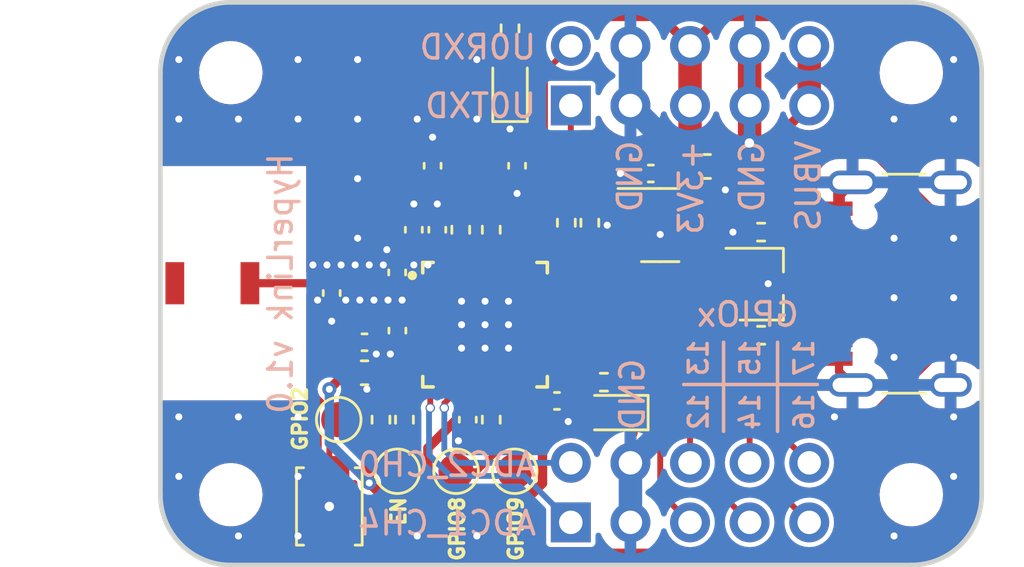
<source format=kicad_pcb>
(kicad_pcb (version 20221018) (generator pcbnew)
  (layers (0 "F.Cu" signal) (31 "B.Cu" signal) (34 "B.Paste" user) (35 "F.Paste" user) (36 "B.SilkS" user "B.Silkscreen") (37 "F.SilkS" user "F.Silkscreen") (38 "B.Mask" user) (39 "F.Mask" user) (44 "Edge.Cuts" user))
  (net 0 "")
  (net 1 "+3V3")
  (net 4 "VBUS")
  (net 5 "GND")
  (net 11 "/USB_D-")
  (net 12 "/USB_D+")
  (net 14 "/GPIO9")
  (net 15 "/GPIO2")
  (net 16 "/EN")
  (net 17 "/RF")
  (net 18 "/ANT")
  (net 19 "/GPIO8")
  (net 20 "/XTAL_P")
  (net 21 "/XTAL_N")
  (net 22 "/XTAL_P_RES")
  (net 23 "/VDD3P3")
  (net 24 "/U0RXD")
  (net 25 "/U0TXD")
  (net 26 "/GPIO12")
  (net 27 "/GPIO13")
  (net 28 "/GPIO14")
  (net 29 "/GPIO15")
  (net 30 "/GPIO16")
  (net 31 "/GPIO17")
  (net 32 "/ADC1_CH4")
  (net 33 "/ADC2_CH0")
  (net 34 "/U0TXD_RES")
  (net 35 "/CC1")
  (net 36 "/CC2")
  (net 38 "/LDO_EN")
  (net 39 "/STATUS_LED_RES")
  (net 40 "/POWER_LED_RES")
  (net 41 "/STATUS_LED")
  (footprint "Package_TO_SOT_SMD:SOT-23-5" (layer "F.Cu") (at 140.3 79.5)
    (fp_text reference "U3" hide)
    (fp_text value "MIC5504-3.3YM5" hide)
  )
  (footprint "Resistor_SMD:R_0402_1005Metric" (layer "F.Cu") (at 144.6 79.8 180)
    (fp_text reference "R7" hide)
    (fp_text value "5k1" hide)
  )
  (footprint "TestPoint:TestPoint_Pad_D1.5mm" (layer "F.Cu") (at 126.6 87.8)
    (fp_text reference "TP4" hide)
    (fp_text value "GPIO2" hide)
  )
  (footprint "MountingHole:MountingHole_2.2mm_M2" (layer "F.Cu") (at 122 73)
    (fp_text reference "H3" hide)
    (fp_text value "MountingHole" hide)
  )
  (footprint "Resistor_SMD:R_0402_1005Metric" (layer "F.Cu") (at 129.4 87.8 90)
    (fp_text reference "R4" hide)
    (fp_text value "10k" hide)
  )
  (footprint "Capacitor_SMD:C_0402_1005Metric" (layer "F.Cu") (at 135.9 87)
    (fp_text reference "C2" hide)
    (fp_text value "100n" hide)
  )
  (footprint "MountingHole:MountingHole_2.2mm_M2" (layer "F.Cu") (at 151 73)
    (fp_text reference "H2" hide)
    (fp_text value "MountingHole" hide)
  )
  (footprint "Resistor_SMD:R_0402_1005Metric" (layer "F.Cu") (at 144.6 84.2 180)
    (fp_text reference "R8" hide)
    (fp_text value "5k1" hide)
  )
  (footprint "Capacitor_SMD:C_0402_1005Metric" (layer "F.Cu") (at 130.6 76.970999 90)
    (fp_text reference "C5" hide)
    (fp_text value "10p" hide)
  )
  (footprint "Resistor_SMD:R_0402_1005Metric" (layer "F.Cu") (at 136.3 79.4 -90)
    (fp_text reference "R1" hide)
    (fp_text value "1k5" hide)
  )
  (footprint "Capacitor_SMD:C_0603_1608Metric" (layer "F.Cu") (at 142.3 77)
    (fp_text reference "C7" hide)
    (fp_text value "10u" hide)
  )
  (footprint "TestPoint:TestPoint_Pad_D1.5mm" (layer "F.Cu") (at 134.1 90)
    (fp_text reference "TP2" hide)
    (fp_text value "GPIO9" hide)
  )
  (footprint "Capacitor_SMD:C_0603_1608Metric" (layer "F.Cu") (at 127.7 85.8)
    (fp_text reference "C18" hide)
    (fp_text value "10u" hide)
  )
  (footprint "Capacitor_SMD:C_0402_1005Metric" (layer "F.Cu") (at 126.3 82.4 -90)
    (fp_text reference "C14" hide)
    (fp_text value "4p" hide)
  )
  (footprint "Capacitor_SMD:C_0402_1005Metric" (layer "F.Cu") (at 130.8 79.7 90)
    (fp_text reference "C4" hide)
    (fp_text value "1u" hide)
  )
  (footprint "Capacitor_SMD:C_0402_1005Metric" (layer "F.Cu") (at 129.09 81.52 90)
    (fp_text reference "C1" hide)
    (fp_text value "4.7p" hide)
  )
  (footprint "Inductor_SMD:L_0402_1005Metric" (layer "F.Cu") (at 127.7 81.95)
    (fp_text reference "L1" hide)
    (fp_text value "1.8nH" hide)
  )
  (footprint "Capacitor_SMD:C_0402_1005Metric" (layer "F.Cu") (at 134.2 76.970999 -90)
    (fp_text reference "C6" hide)
    (fp_text value "10p" hide)
  )
  (footprint "Inductor_SMD:L_0402_1005Metric" (layer "F.Cu") (at 127.7 83.5)
    (fp_text reference "L2" hide)
    (fp_text value "2n" hide)
  )
  (footprint "TestPoint:TestPoint_Pad_D1.5mm" (layer "F.Cu") (at 131.6 90)
    (fp_text reference "TP3" hide)
    (fp_text value "GPIO8" hide)
  )
  (footprint "Resistor_SMD:R_0402_1005Metric" (layer "F.Cu") (at 137.3 79.4 90)
    (fp_text reference "R10" hide)
    (fp_text value "10k" hide)
  )
  (footprint "Connector_USB:USB_C_Receptacle_GCT_USB4105-xx-A_16P_TopMnt_Horizontal" (layer "F.Cu") (at 151.6 82 90)
    (fp_text reference "J1" hide)
    (fp_text value "USB_C_Receptacle_USB2.0" hide)
  )
  (footprint "Capacitor_SMD:C_0402_1005Metric" (layer "F.Cu") (at 129.1 84 -90)
    (fp_text reference "C15" hide)
    (fp_text value "100n" hide)
  )
  (footprint "MountingHole:MountingHole_2.2mm_M2" (layer "F.Cu") (at 151 91)
    (fp_text reference "H1" hide)
    (fp_text value "MountingHole" hide)
  )
  (footprint "Connector_PinHeader_2.54mm:PinHeader_2x05_P2.54mm_Vertical" (layer "F.Cu") (at 136.49 92.18 90)
    (fp_text reference "J2" hide)
    (fp_text value "Conn_02x05_Odd_Even" hide)
  )
  (footprint "Connector_PinHeader_2.54mm:PinHeader_2x05_P2.54mm_Vertical" (layer "F.Cu") (at 136.49 74.4 90)
    (fp_text reference "J3" hide)
    (fp_text value "Conn_02x05_Odd_Even" hide)
  )
  (footprint "Resistor_SMD:R_0402_1005Metric" (layer "F.Cu") (at 137.9 86.2 180)
    (fp_text reference "R11" hide)
    (fp_text value "1k" hide)
  )
  (footprint "Capacitor_SMD:C_0402_1005Metric" (layer "F.Cu") (at 129.8 79.7 90)
    (fp_text reference "C3" hide)
    (fp_text value "10n" hide)
  )
  (footprint "Resistor_SMD:R_0402_1005Metric" (layer "F.Cu") (at 133.1 87.8 90)
    (fp_text reference "R2" hide)
    (fp_text value "10k" hide)
  )
  (footprint "Capacitor_SMD:C_0402_1005Metric" (layer "F.Cu") (at 139.9 77.3 180)
    (fp_text reference "C12" hide)
    (fp_text value "1u" hide)
  )
  (footprint "Resistor_SMD:R_0402_1005Metric" (layer "F.Cu") (at 128.4 87.8 90)
    (fp_text reference "R3" hide)
    (fp_text value "10k" hide)
  )
  (footprint "Resistor_SMD:R_0402_1005Metric" (layer "F.Cu") (at 131.8 79.7 -90)
    (fp_text reference "R6" hide)
    (fp_text value "0R" hide)
  )
  (footprint "Resistor_SMD:R_0402_1005Metric" (layer "F.Cu") (at 133.9 71.11 -90)
    (fp_text reference "R12" hide)
    (fp_text value "1k" hide)
  )
  (footprint "encyclopedia_galactica:ABM11W-30.0000MHZ-7-D1X-T3" (layer "F.Cu") (at 132.400001 77.150999 180)
    (fp_text reference "Y1" hide)
    (fp_text value "ABM11W-40.0000MHZ-8-B1U-T3" hide)
  )
  (footprint "Capacitor_SMD:C_0402_1005Metric" (layer "F.Cu") (at 132.1 87.8 -90)
    (fp_text reference "C17" hide)
    (fp_text value "100n" hide)
  )
  (footprint "LED_SMD:LED_0603_1608Metric" (layer "F.Cu") (at 133.9 73.6 90)
    (fp_text reference "D2" hide)
    (fp_text value "LED" hide)
  )
  (footprint "MountingHole:MountingHole_2.2mm_M2" (layer "F.Cu") (at 122 91)
    (fp_text reference "H4" hide)
    (fp_text value "MountingHole" hide)
  )
  (footprint "Package_TO_SOT_SMD:TSOT-23" (layer "F.Cu") (at 144.6 82)
    (fp_text reference "U2" hide)
    (fp_text value "PESD2USB5UXT" hide)
  )
  (footprint "LED_SMD:LED_0603_1608Metric" (layer "F.Cu") (at 138.3 87.5 180)
    (fp_text reference "D1" hide)
    (fp_text value "LED" hide)
  )
  (footprint "encyclopedia_galactica:QFN32_5X5_EXP" (layer "F.Cu") (at 132.834851 83.7487)
    (fp_text reference "U1" hide)
    (fp_text value "ESP32-C3" hide)
  )
  (footprint "Capacitor_SMD:C_0402_1005Metric" (layer "F.Cu") (at 127.7 84.5)
    (fp_text reference "C16" hide)
    (fp_text value "100n" hide)
  )
  (footprint "TestPoint:TestPoint_Pad_D1.5mm" (layer "F.Cu") (at 129.1 90)
    (fp_text reference "TP1" hide)
    (fp_text value "EN" hide)
  )
  (footprint "Button_Switch_SMD:SW_SPST_B3U-1000P" (layer "F.Cu") (at 126.2 91.5 90)
    (fp_text reference "SW1" hide)
    (fp_text value "SW_Push" hide)
  )
  (footprint "encyclopedia_galactica:2108838-1" (layer "F.Cu") (at 118.715 81.98)
    (fp_text reference "AE1" hide)
    (fp_text value "2108838-1" hide)
  )
  (footprint "Resistor_SMD:R_0402_1005Metric" (layer "F.Cu") (at 133.1 79.7 -90)
    (fp_text reference "R5" hide)
    (fp_text value "500R" hide)
  )
  (gr_line (start 143 84.5) (end 143 88.3) (stroke (width 0.15)) (layer "B.SilkS"))
  (gr_line (start 145.3 84.5) (end 145.3 88.3) (stroke (width 0.15)) (layer "B.SilkS"))
  (gr_line (start 141.3 86.3) (end 147 86.3) (stroke (width 0.15)) (layer "B.SilkS"))
  (gr_line locked (start 122.000001 94) (end 151 94) (stroke (width 0.2)) (layer "Edge.Cuts"))
  (gr_arc locked (start 154.000002 91.000001) (mid 153.121322 93.121321) (end 151.000002 94.000001) (stroke (width 0.2)) (layer "Edge.Cuts"))
  (gr_line locked (start 119.000001 72.999999) (end 119 91) (stroke (width 0.2)) (layer "Edge.Cuts"))
  (gr_arc locked (start 151.000002 69.999999) (mid 153.121321 70.878679) (end 154.000002 72.999999) (stroke (width 0.2)) (layer "Edge.Cuts"))
  (gr_arc locked (start 122 94.000001) (mid 119.878673 93.121322) (end 119 91.000001) (stroke (width 0.2)) (layer "Edge.Cuts"))
  (gr_line locked (start 154.000003 73) (end 154.000002 91.000001) (stroke (width 0.2)) (layer "Edge.Cuts"))
  (gr_arc locked (start 119.000001 73) (mid 119.878674 70.878667) (end 122.000001 70) (stroke (width 0.2)) (layer "Edge.Cuts"))
  (gr_line locked (start 122.000001 70) (end 151 70) (stroke (width 0.2)) (layer "Edge.Cuts"))
  (gr_text "ADC1_CH4" (at 135.1 92.8) (layer "B.SilkS") (effects (font (size 1 1)) (justify left bottom mirror)))
  (gr_text "GND" (at 139.6 75.8 90) (layer "B.SilkS") (effects (font (size 1 1)) (justify left bottom mirror)))
  (gr_text "12" (at 142.4 86.6 90) (layer "B.SilkS") (effects (font (size 0.8 0.8)) (justify left bottom mirror)))
  (gr_text "GPIOx" (at 146.3 83.9) (layer "B.SilkS") (effects (font (size 1 1)) (justify left bottom mirror)))
  (gr_text "HyperLink v1.0" (at 124.7 76.35 90) (layer "B.SilkS") (effects (font (size 1 1)) (justify left bottom mirror)))
  (gr_text "17" (at 146.9 84.3 90) (layer "B.SilkS") (effects (font (size 0.8 0.8)) (justify left bottom mirror)))
  (gr_text "15" (at 144.6 84.3 90) (layer "B.SilkS") (effects (font (size 0.8 0.8)) (justify left bottom mirror)))
  (gr_text "13" (at 142.4 84.3 90) (layer "B.SilkS") (effects (font (size 0.8 0.8)) (justify left bottom mirror)))
  (gr_text "U0TXD" (at 135.1 75) (layer "B.SilkS") (effects (font (size 1 1)) (justify left bottom mirror)))
  (gr_text "16" (at 146.9 86.6 90) (layer "B.SilkS") (effects (font (size 0.8 0.8)) (justify left bottom mirror)))
  (gr_text "VBUS" (at 147.2 75.8 90) (layer "B.SilkS") (effects (font (size 1 1)) (justify left bottom mirror)))
  (gr_text "+3V3" (at 142.2 75.8 90) (layer "B.SilkS") (effects (font (size 1 1)) (justify left bottom mirror)))
  (gr_text "ADC2_CH0" (at 135.1 90.3) (layer "B.SilkS") (effects (font (size 1 1)) (justify left bottom mirror)))
  (gr_text "U0RXD" (at 135.1 72.5) (layer "B.SilkS") (effects (font (size 1 1)) (justify left bottom mirror)))
  (gr_text "GND" (at 139.7 85.1 90) (layer "B.SilkS") (effects (font (size 1 1)) (justify left bottom mirror)))
  (gr_text "14" (at 144.6 86.6 90) (layer "B.SilkS") (effects (font (size 0.8 0.8)) (justify left bottom mirror)))
  (gr_text "GND" (at 144.8 75.8 90) (layer "B.SilkS") (effects (font (size 1 1)) (justify left bottom mirror)))
  (gr_text "GPIO9" (at 134.5 93.9 90) (layer "F.SilkS") (effects (font (size 0.6 0.6)) (justify left bottom)))
  (gr_text "GPIO2" (at 125.3 89.2 90) (layer "F.SilkS") (effects (font (size 0.6 0.6)) (justify left bottom)))
  (gr_text "GPIO8" (at 132 93.9 90) (layer "F.SilkS") (effects (font (size 0.6 0.6)) (justify left bottom)))
  (gr_text "EN" (at 129.5 92.4 90) (layer "F.SilkS") (effects (font (size 0.6 0.6)) (justify left bottom)))
  (segment (start 132.11 87.32) (end 132.1 87.32) (width 0.4) (layer "F.Cu") (net 1))
  (segment (start 142.83 70.6) (end 147.325 70.6) (width 0.4) (layer "F.Cu") (net 1))
  (segment (start 132.08485 86.1974) (end 132.08485 87.30485) (width 0.4) (layer "F.Cu") (net 1))
  (segment (start 135.283551 90.516449) (end 133.878 91.922) (width 0.4) (layer "F.Cu") (net 1))
  (segment (start 126.9 85.8) (end 126.925 85.8) (width 0.4) (layer "F.Cu") (net 1))
  (segment (start 130.4 89.009562) (end 130.4 91.2) (width 0.4) (layer "F.Cu") (net 1))
  (segment (start 141.57 78.35) (end 141.4375 78.35) (width 1) (layer "F.Cu") (net 1))
  (segment (start 130.8 80.515149) (end 130.8 80.18) (width 0.4) (layer "F.Cu") (net 1))
  (segment (start 126.2 86.5) (end 126.9 85.8) (width 0.4) (layer "F.Cu") (net 1))
  (segment (start 127.22 84.5) (end 127.22 85.505) (width 0.4) (layer "F.Cu") (net 1))
  (segment (start 132.2 70.6) (end 128.963 73.837) (width 0.4) (layer "F.Cu") (net 1))
  (segment (start 141.57 74.4) (end 141.57 71.86) (width 1) (layer "F.Cu") (net 1))
  (segment (start 141.57 71.86) (end 140.31 70.6) (width 0.4) (layer "F.Cu") (net 1))
  (segment (start 141.57 74.4) (end 141.57 78.35) (width 1) (layer "F.Cu") (net 1))
  (segment (start 127.22 85.505) (end 126.925 85.8) (width 0.4) (layer "F.Cu") (net 1))
  (segment (start 147.325 70.6) (end 148.2 71.475) (width 0.4) (layer "F.Cu") (net 1))
  (segment (start 148.2 92.5) (end 147.2 93.5) (width 0.4) (layer "F.Cu") (net 1))
  (segment (start 135.283551 85.498699) (end 135.283551 90.516449) (width 0.4) (layer "F.Cu") (net 1))
  (segment (start 148.2 71.475) (end 148.2 75.2) (width 0.4) (layer "F.Cu") (net 1))
  (segment (start 131.084852 81.3) (end 131.1 81.3) (width 0.4) (layer "F.Cu") (net 1))
  (segment (start 127.9 90.5) (end 127.9 88.81) (width 0.4) (layer "F.Cu") (net 1))
  (segment (start 147.2 93.5) (end 135.456 93.5) (width 0.4) (layer "F.Cu") (net 1))
  (segment (start 127.9 90.5) (end 128.6 91.2) (width 0.4) (layer "F.Cu") (net 1))
  (segment (start 133.878 91.922) (end 133.156 91.2) (width 0.4) (layer "F.Cu") (net 1))
  (segment (start 141.57 71.86) (end 142.83 70.6) (width 0.4) (layer "F.Cu") (net 1))
  (segment (start 151.7 78.7) (end 151.7 85.3) (width 0.4) (layer "F.Cu") (net 1))
  (segment (start 128.963 73.837) (end 128.963 79.614471) (width 0.4) (layer "F.Cu") (net 1))
  (segment (start 131.1 81.3) (end 131.342425 81.057575) (width 0.4) (layer "F.Cu") (net 1))
  (segment (start 151.7 85.3) (end 148.2 88.8) (width 0.4) (layer "F.Cu") (net 1))
  (segment (start 128.6 91.2) (end 130.4 91.2) (width 0.4) (layer "F.Cu") (net 1))
  (segment (start 131.342425 81.057575) (end 130.8 80.515149) (width 0.4) (layer "F.Cu") (net 1))
  (segment (start 138.513288 76.5) (end 141.47 76.5) (width 0.4) (layer "F.Cu") (net 1))
  (segment (start 133.156 91.2) (end 130.4 91.2) (width 0.4) (layer "F.Cu") (net 1))
  (segment (start 130.8 80.18) (end 129.8 80.18) (width 0.4) (layer "F.Cu") (net 1))
  (segment (start 129.4 88.31) (end 128.4 88.31) (width 0.4) (layer "F.Cu") (net 1))
  (segment (start 136.3 78.713288) (end 138.513288 76.5) (width 0.4) (layer "F.Cu") (net 1))
  (segment (start 127.215 84.495) (end 127.22 84.5) (width 0.4) (layer "F.Cu") (net 1))
  (segment (start 133.1 88.31) (end 132.11 87.32) (width 0.4) (layer "F.Cu") (net 1))
  (segment (start 132.1 87.32) (end 132.089562 87.32) (width 0.4) (layer "F.Cu") (net 1))
  (segment (start 129.528529 80.18) (end 129.8 80.18) (width 0.4) (layer "F.Cu") (net 1))
  (segment (start 140.31 70.6) (end 132.2 70.6) (width 0.4) (layer "F.Cu") (net 1))
  (segment (start 136.3 78.89) (end 136.3 78.713288) (width 0.4) (layer "F.Cu") (net 1))
  (segment (start 135.456 93.5) (end 133.878 91.922) (width 0.4) (layer "F.Cu") (net 1))
  (segment (start 128.963 79.614471) (end 129.528529 80.18) (width 0.4) (layer "F.Cu") (net 1))
  (segment (start 127.9 88.81) (end 128.4 88.31) (width 0.4) (layer "F.Cu") (net 1))
  (segment (start 148.2 75.2) (end 151.7 78.7) (width 0.4) (layer "F.Cu") (net 1))
  (segment (start 148.2 88.8) (end 148.2 92.5) (width 0.4) (layer "F.Cu") (net 1))
  (segment (start 127.215 83.5) (end 127.215 84.495) (width 0.4) (layer "F.Cu") (net 1))
  (segment (start 131.584851 81.3) (end 131.342425 81.057575) (width 0.4) (layer "F.Cu") (net 1))
  (segment (start 132.089562 87.32) (end 130.4 89.009562) (width 0.4) (layer "F.Cu") (net 1))
  (segment (start 132.08485 87.30485) (end 132.1 87.32) (width 0.4) (layer "F.Cu") (net 1))
  (via (at 126.2 86.5) (size 0.6) (drill 0.3) (layers "F.Cu" "B.Cu") (net 1))
  (via (at 127.9 90.5) (size 0.6) (drill 0.3) (layers "F.Cu" "B.Cu") (net 1))
  (segment (start 127.9 90.5) (end 126.2 88.8) (width 0.4) (layer "B.Cu") (net 1))
  (segment (start 126.2 88.8) (end 126.2 86.5) (width 0.4) (layer "B.Cu") (net 1))
  (segment (start 147.92 84.4) (end 148.42434 84.4) (width 0.35) (layer "F.Cu") (net 4))
  (segment (start 149.597 80.77266) (end 148.42434 79.6) (width 0.35) (layer "F.Cu") (net 4))
  (segment (start 148.42434 84.4) (end 149.597 83.22734) (width 0.35) (layer "F.Cu") (net 4))
  (segment (start 145.452 75.598) (end 145.452 79.152) (width 0.4) (layer "F.Cu") (net 4))
  (segment (start 145.9 79.6) (end 145.452 79.152) (width 0.35) (layer "F.Cu") (net 4))
  (segment (start 140.132112 78.55) (end 139.1625 78.55) (width 0.35) (layer "F.Cu") (net 4))
  (segment (start 147.92 79.6) (end 145.9 79.6) (width 0.35) (layer "F.Cu") (net 4))
  (segment (start 149.597 83.22734) (end 149.597 80.77266) (width 0.35) (layer "F.Cu") (net 4))
  (segment (start 148.42434 79.6) (end 147.92 79.6) (width 0.35) (layer "F.Cu") (net 4))
  (segment (start 137.64 78.55) (end 139.1625 78.55) (width 0.25) (layer "F.Cu") (net 4))
  (segment (start 146.65 71.86) (end 146.65 74.4) (width 1) (layer "F.Cu") (net 4))
  (segment (start 137.3 78.89) (end 137.64 78.55) (width 0.25) (layer "F.Cu") (net 4))
  (segment (start 145.452 79.152) (end 140.734112 79.152) (width 0.35) (layer "F.Cu") (net 4))
  (segment (start 140.734112 79.152) (end 140.132112 78.55) (width 0.35) (layer "F.Cu") (net 4))
  (segment (start 140.38 77.3) (end 140.38 78.302112) (width 0.35) (layer "F.Cu") (net 4))
  (segment (start 140.38 78.302112) (end 140.132112 78.55) (width 0.35) (layer "F.Cu") (net 4))
  (segment (start 146.65 74.4) (end 145.452 75.598) (width 0.4) (layer "F.Cu") (net 4))
  (segment (start 147.92 78.8) (end 147.92 78.255) (width 0.4) (layer "F.Cu") (net 5))
  (segment (start 144.9 82) (end 145.91 82) (width 0.25) (layer "F.Cu") (net 5))
  (segment (start 147.92 85.745) (end 148.495 86.32) (width 0.35) (layer "F.Cu") (net 5))
  (segment (start 147.92 85.2) (end 147.92 85.745) (width 0.35) (layer "F.Cu") (net 5))
  (segment (start 128.65 80.55) (end 129.09 80.99) (width 0.4) (layer "F.Cu") (net 5))
  (segment (start 133.9 74.3875) (end 133.9 75.4) (width 0.4) (layer "F.Cu") (net 5))
  (segment (start 144.09 84.2) (end 145.09 85.2) (width 0.25) (layer "F.Cu") (net 5))
  (segment (start 139.42 77.3) (end 138.6 77.3) (width 0.4) (layer "F.Cu") (net 5))
  (segment (start 130.8 79.22) (end 130.8 78.6) (width 0.4) (layer "F.Cu") (net 5))
  (segment (start 129.09 80.99) (end 129.09 81.04) (width 0.4) (layer "F.Cu") (net 5))
  (segment (start 131.7 88.7) (end 132.1 88.3) (width 0.4) (layer "F.Cu") (net 5))
  (segment (start 128.2 84.52) (end 128.18 84.5) (width 0.4) (layer "F.Cu") (net 5))
  (segment (start 144.11 74.4) (end 144.11 71.86) (width 1) (layer "F.Cu") (net 5))
  (segment (start 131.590001 76.490999) (end 131.763001 76.663999) (width 0.2) (layer "F.Cu") (net 5))
  (segment (start 130.6 76.490999) (end 131.590001 76.490999) (width 0.2) (layer "F.Cu") (net 5))
  (segment (start 143.075 78) (end 143.075 77) (width 0.4) (layer "F.Cu") (net 5))
  (segment (start 129.8 79.22) (end 129.8 78.6) (width 0.4) (layer "F.Cu") (net 5))
  (segment (start 126.2 93.2) (end 126.2 91.5) (width 0.4) (layer "F.Cu") (net 5))
  (segment (start 128.2 85) (end 128.2 84.52) (width 0.4) (layer "F.Cu") (net 5))
  (segment (start 143.4 79.8) (end 144.09 79.8) (width 0.4) (layer "F.Cu") (net 5))
  (segment (start 139.0875 87.5) (end 139.0875 89.5825) (width 0.4) (layer "F.Cu") (net 5))
  (segment (start 138.046557 79.5) (end 139.1625 79.5) (width 0.4) (layer "F.Cu") (net 5))
  (segment (start 133.224001 77.450999) (end 133.037001 77.637999) (width 0.2) (layer "F.Cu") (net 5))
  (segment (start 139.0875 89.5825) (end 139.03 89.64) (width 0.4) (layer "F.Cu") (net 5))
  (segment (start 139.9 79.5) (end 139.1625 79.5) (width 0.4) (layer "F.Cu") (net 5))
  (segment (start 145.09 85.2) (end 147.92 85.2) (width 0.25) (layer "F.Cu") (net 5))
  (segment (start 128.475 85.825) (end 128.475 85.8) (width 0.4) (layer "F.Cu") (net 5))
  (segment (start 134.2 78.150999) (end 134.2 77.450999) (width 0.4) (layer "F.Cu") (net 5))
  (segment (start 140.3 79.9) (end 139.9 79.5) (width 0.4) (layer "F.Cu") (net 5))
  (segment (start 136.38 87.88) (end 136.38 87) (width 0.4) (layer "F.Cu") (net 5))
  (segment (start 130.6 75.750999) (end 130.6 76.450999) (width 0.4) (layer "F.Cu") (net 5))
  (segment (start 126.3 82.88) (end 126.3 83.6) (width 0.4) (layer "F.Cu") (net 5))
  (segment (start 127.8 86.5) (end 128.475 85.825) (width 0.4) (layer "F.Cu") (net 5))
  (segment (start 147.92 78.255) (end 148.495 77.68) (width 0.4) (layer "F.Cu") (net 5))
  (segment (start 134.2 77.450999) (end 133.224001 77.450999) (width 0.2) (layer "F.Cu") (net 5))
  (segment (start 138.040639 79.505918) (end 138.046557 79.5) (width 0.4) (layer "F.Cu") (net 5))
  (segment (start 144.11 74.4) (end 144.11 75.99) (width 1) (layer "F.Cu") (net 5))
  (segment (start 128.799503 85) (end 128.799503 84.780497) (width 0.4) (layer "F.Cu") (net 5))
  (segment (start 128.799503 84.780497) (end 129.1 84.48) (width 0.4) (layer "F.Cu") (net 5))
  (segment (start 132.1 88.3) (end 132.1 88.28) (width 0.4) (layer "F.Cu") (net 5))
  (segment (start 144.11 75.99) (end 144.1 76) (width 1) (layer "F.Cu") (net 5))
  (via (at 127.405 74.979999) (size 0.4) (drill 0.3) (layers "F.Cu" "B.Cu") (net 5))
  (via (at 132.485 72.439999) (size 0.4) (drill 0.3) (layers "F.Cu" "B.Cu") (net 5))
  (via (at 122.325 92.759999) (size 0.4) (drill 0.3) (layers "F.Cu" "B.Cu") (net 5))
  (via (at 130.4 81.2) (size 0.4) (drill 0.3) (layers "F.Cu" "B.Cu") (net 5))
  (via (at 128.65 80.55) (size 0.4) (drill 0.3) (layers "F.Cu" "B.Cu") (net 5))
  (via (at 126.9 82.7) (size 0.4) (drill 0.3) (layers "F.Cu" "B.Cu") (net 5))
  (via (at 119.785 72.439999) (size 0.4) (drill 0.3) (layers "F.Cu" "B.Cu") (net 5))
  (via (at 138.6 77.3) (size 0.6) (drill 0.3) (layers "F.Cu" "B.Cu") (net 5))
  (via (at 129.8 81.2) (size 0.4) (drill 0.3) (layers "F.Cu" "B.Cu") (net 5))
  (via (at 152.805 87.679999) (size 0.4) (drill 0.3) (layers "F.Cu" "B.Cu") (net 5))
  (via (at 147.725 87.679999) (size 0.4) (drill 0.3) (layers "F.Cu" "B.Cu") (net 5))
  (via (at 133.9 75.4) (size 0.6) (drill 0.3) (layers "F.Cu" "B.Cu") (net 5))
  (via (at 128.1 82.7) (size 0.4) (drill 0.3) (layers "F.Cu" "B.Cu") (net 5))
  (via (at 124.865 92.759999) (size 0.4) (drill 0.3) (layers "F.Cu" "B.Cu") (net 5))
  (via (at 132.485 74.979999) (size 0.4) (drill 0.3) (layers "F.Cu" "B.Cu") (net 5))
  (via (at 133.834851 84.7487) (size 0.4) (drill 0.3) (layers "F.Cu" "B.Cu") (net 5))
  (via (at 126.7 81.2) (size 0.4) (drill 0.3) (layers "F.Cu" "B.Cu") (net 5))
  (via (at 134.2 78.150999) (size 0.4) (drill 0.3) (layers "F.Cu" "B.Cu") (net 5))
  (via (at 132.834851 83.7487) (size 0.4) (drill 0.3) (layers "F.Cu" "B.Cu") (net 5))
  (via (at 131.834851 84.7487) (size 0.4) (drill 0.3) (layers "F.Cu" "B.Cu") (net 5))
  (via (at 127.5 82.7) (size 0.4) (drill 0.3) (layers "F.Cu" "B.Cu") (net 5))
  (via (at 152.805 74.979999) (size 0.4) (drill 0.3) (layers "F.Cu" "B.Cu") (net 5))
  (via (at 127.405 80.059999) (size 0.4) (drill 0.3) (layers "F.Cu" "B.Cu") (net 5))
  (via (at 136.38 87.88) (size 0.6) (drill 0.3) (layers "F.Cu" "B.Cu") (net 5))
  (via (at 143.075 78) (size 0.6) (drill 0.3) (layers "F.Cu" "B.Cu") (net 5))
  (via (at 138.040639 79.505918) (size 0.6) (drill 0.3) (layers "F.Cu" "B.Cu") (net 5))
  (via (at 131.834851 83.7487) (size 0.4) (drill 0.3) (layers "F.Cu" "B.Cu") (net 5))
  (via (at 124.865 72.439999) (size 0.4) (drill 0.3) (layers "F.Cu" "B.Cu") (net 5))
  (via (at 132.834851 82.7487) (size 0.4) (drill 0.3) (layers "F.Cu" "B.Cu") (net 5))
  (via (at 124.865 74.979999) (size 0.4) (drill 0.3) (layers "F.Cu" "B.Cu") (net 5))
  (via (at 130.6 75.750999) (size 0.4) (drill 0.3) (layers "F.Cu" "B.Cu") (net 5))
  (via (at 150.265 74.979999) (size 0.4) (drill 0.3) (layers "F.Cu" "B.Cu") (net 5))
  (via (at 124.865 87.679999) (size 0.4) (drill 0.3) (layers "F.Cu" "B.Cu") (net 5))
  (via (at 126.2 91.5) (size 0.9) (drill 0.4) (layers "F.Cu" "B.Cu") (net 5))
  (via (at 150.265 92.759999) (size 0.4) (drill 0.3) (layers "F.Cu" "B.Cu") (net 5))
  (via (at 128.799503 85) (size 0.4) (drill 0.3) (layers "F.Cu" "B.Cu") (net 5))
  (via (at 144.9 82) (size 0.6) (drill 0.3) (layers "F.Cu" "B.Cu") (net 5))
  (via (at 127.405 72.439999) (size 0.4) (drill 0.3) (layers "F.Cu" "B.Cu") (net 5))
  (via (at 143.4 79.8) (size 0.6) (drill 0.3) (layers "F.Cu" "B.Cu") (net 5))
  (via (at 119.785 87.679999) (size 0.4) (drill 0.3) (layers "F.Cu" "B.Cu") (net 5))
  (via (at 133.834851 83.7487) (size 0.4) (drill 0.3) (layers "F.Cu" "B.Cu") (net 5))
  (via (at 152.805 90.219999) (size 0.4) (drill 0.3) (layers "F.Cu" "B.Cu") (net 5))
  (via (at 152.805 85.139999) (size 0.4) (drill 0.3) (layers "F.Cu" "B.Cu") (net 5))
  (via (at 131.834851 82.7487) (size 0.4) (drill 0.3) (layers "F.Cu" "B.Cu") (net 5))
  (via (at 127.3 81.2) (size 0.4) (drill 0.3) (layers "F.Cu" "B.Cu") (net 5))
  (via (at 122.325 87.679999) (size 0.4) (drill 0.3) (layers "F.Cu" "B.Cu") (net 5))
  (via (at 119.785 90.219999) (size 0.4) (drill 0.3) (layers "F.Cu" "B.Cu") (net 5))
  (via (at 128.7 82.7) (size 0.4) (drill 0.3) (layers "F.Cu" "B.Cu") (net 5))
  (via (at 152.805 80.059999) (size 0.4) (drill 0.3) (layers "F.Cu" "B.Cu") (net 5))
  (via (at 129.8 78.6) (size 0.4) (drill 0.3) (layers "F.Cu" "B.Cu") (net 5))
  (via (at 132.834851 84.7487) (size 0.4) (drill 0.3) (layers "F.Cu" "B.Cu") (net 5))
  (via (at 122.325 74.979999) (size 0.4) (drill 0.3) (layers "F.Cu" "B.Cu") (net 5))
  (via (at 126.3 83.6) (size 0.4) (drill 0.3) (layers "F.Cu" "B.Cu") (net 5))
  (via (at 152.805 82.599999) (size 0.4) (drill 0.3) (layers "F.Cu" "B.Cu") (net 5))
  (via (at 129.945 92.759999) (size 0.4) (drill 0.3) (layers "F.Cu" "B.Cu") (net 5))
  (via (at 130.8 78.6) (size 0.4) (drill 0.3) (layers "F.Cu" "B.Cu") (net 5))
  (via (at 125.7 82.7) (size 0.4) (drill 0.3) (layers "F.Cu" "B.Cu") (net 5))
  (via (at 150.265 85.139999) (size 0.4) (drill 0.3) (layers "F.Cu" "B.Cu") (net 5))
  (via (at 140.3 79.9) (size 0.6) (drill 0.3) (layers "F.Cu" "B.Cu") (net 5))
  (via (at 132.485 92.759999) (size 0.4) (drill 0.3) (layers "F.Cu" "B.Cu") (net 5))
  (via (at 128.2 85) (size 0.4) (drill 0.3) (layers "F.Cu" "B.Cu") (net 5))
  (via (at 129.945 74.979999) (size 0.4) (drill 0.3) (layers "F.Cu" "B.Cu") (net 5))
  (via (at 129.3 82.7) (size 0.4) (drill 0.3) (layers "F.Cu" "B.Cu") (net 5))
  (via (at 119.785 74.979999) (size 0.4) (drill 0.3) (layers "F.Cu" "B.Cu") (net 5))
  (via (at 126.099503 81.2) (size 0.4) (drill 0.3) (layers "F.Cu" "B.Cu") (net 5))
  (via (at 144.1 76) (size 0.9) (drill 0.4) (layers "F.Cu" "B.Cu") (net 5))
  (via (at 133.834851 82.7487) (size 0.4) (drill 0.3) (layers "F.Cu" "B.Cu") (net 5))
  (via (at 125.5 81.2) (size 0.4) (drill 0.3) (layers "F.Cu" "B.Cu") (net 5))
  (via (at 131.7 88.7) (size 0.4) (drill 0.3) (layers "F.Cu" "B.Cu") (net 5))
  (via (at 152.805 72.439999) (size 0.4) (drill 0.3) (layers "F.Cu" "B.Cu") (net 5))
  (via (at 127.9 81.2) (size 0.4) (drill 0.3) (layers "F.Cu" "B.Cu") (net 5))
  (via (at 124.865 90.219999) (size 0.4) (drill 0.3) (layers "F.Cu" "B.Cu") (net 5))
  (via (at 128.5 81.2) (size 0.4) (drill 0.3) (layers "F.Cu" "B.Cu") (net 5))
  (via (at 127.8 86.5) (size 0.6) (drill 0.3) (layers "F.Cu" "B.Cu") (net 5))
  (via (at 150.265 80.059999) (size 0.4) (drill 0.3) (layers "F.Cu" "B.Cu") (net 5))
  (via (at 150.265 82.599999) (size 0.4) (drill 0.3) (layers "F.Cu" "B.Cu") (net 5))
  (via (at 127.405 77.519999) (size 0.4) (drill 0.3) (layers "F.Cu" "B.Cu") (net 5))
  (segment (start 143.43 78.8) (end 146.3 78.8) (width 1) (layer "B.Cu") (net 5))
  (segment (start 139.03 92.18) (end 139.03 89.64) (width 1) (layer "B.Cu") (net 5))
  (segment (start 139.03 74.4) (end 139.03 71.86) (width 1) (layer "B.Cu") (net 5))
  (segment (start 143.47 85.2) (end 139.03 89.64) (width 1) (layer "B.Cu") (net 5))
  (segment (start 139.03 74.4) (end 143.43 78.8) (width 1) (layer "B.Cu") (net 5))
  (segment (start 146.3 85.2) (end 143.47 85.2) (width 1) (layer "B.Cu") (net 5))
  (segment (start 151 84.099999) (end 150.9 83.999999) (width 0.4) (layer "B.Cu") (net 5))
  (segment (start 148.55 81.75) (end 147.92 81.75) (width 0.25) (layer "F.Cu") (net 11))
  (segment (start 134.58485 81.01515) (end 134.723 80.877) (width 0.25) (layer "F.Cu") (net 11))
  (segment (start 138.523684 82.2) (end 144.3 82.2) (width 0.25) (layer "F.Cu") (net 11))
  (segment (start 148.8 82.5) (end 148.8 82) (width 0.25) (layer "F.Cu") (net 11))
  (segment (start 144.85 82.75) (end 147.92 82.75) (width 0.25) (layer "F.Cu") (net 11))
  (segment (start 148.8 82) (end 148.55 81.75) (width 0.25) (layer "F.Cu") (net 11))
  (segment (start 147.92 82.75) (end 148.55 82.75) (width 0.25) (layer "F.Cu") (net 11))
  (segment (start 137.200684 80.877) (end 138.523684 82.2) (width 0.25) (layer "F.Cu") (net 11))
  (segment (start 144.3 82.2) (end 144.85 82.75) (width 0.25) (layer "F.Cu") (net 11))
  (segment (start 134.58485 81.3) (end 134.58485 81.01515) (width 0.25) (layer "F.Cu") (net 11))
  (segment (start 148.55 82.75) (end 148.8 82.5) (width 0.25) (layer "F.Cu") (net 11))
  (segment (start 134.723 80.877) (end 137.200684 80.877) (width 0.25) (layer "F.Cu") (net 11))
  (segment (start 143.29 82.21) (end 143.29 82.95) (width 0.25) (layer "F.Cu") (net 11))
  (segment (start 147.245 82.25) (end 147.92 82.25) (width 0.25) (layer "F.Cu") (net 12))
  (segment (start 138.656842 81.8) (end 144.3 81.8) (width 0.25) (layer "F.Cu") (net 12))
  (segment (start 143.29 81.79) (end 143.29 81.05) (width 0.25) (layer "F.Cu") (net 12))
  (segment (start 147 82.005) (end 147.245 82.25) (width 0.25) (layer "F.Cu") (net 12))
  (segment (start 137.356842 80.5) (end 138.656842 81.8) (width 0.25) (layer "F.Cu") (net 12))
  (segment (start 144.3 81.8) (end 144.85 81.25) (width 0.25) (layer "F.Cu") (net 12))
  (segment (start 134.084851 80.915149) (end 134.084851 81.3) (width 0.25) (layer "F.Cu") (net 12))
  (segment (start 136.3 80.5) (end 137.356842 80.5) (width 0.25) (layer "F.Cu") (net 12))
  (segment (start 144.85 81.25) (end 147.92 81.25) (width 0.25) (layer "F.Cu") (net 12))
  (segment (start 134.5 80.5) (end 134.084851 80.915149) (width 0.25) (layer "F.Cu") (net 12))
  (segment (start 147.191 81.25) (end 147 81.441) (width 0.25) (layer "F.Cu") (net 12))
  (segment (start 136.3 79.91) (end 136.3 80.5) (width 0.25) (layer "F.Cu") (net 12))
  (segment (start 147 81.441) (end 147 82.005) (width 0.25) (layer "F.Cu") (net 12))
  (segment (start 147.92 81.25) (end 147.191 81.25) (width 0.25) (layer "F.Cu") (net 12))
  (segment (start 136.3 80.5) (end 134.5 80.5) (width 0.25) (layer "F.Cu") (net 12))
  (segment (start 134.084851 86.1974) (end 134.084851 87.351692) (width 0.25) (layer "F.Cu") (net 14))
  (segment (start 134.177 87.443841) (end 134.177 89.923) (width 0.25) (layer "F.Cu") (net 14))
  (segment (start 134.177 89.923) (end 134.1 90) (width 0.25) (layer "F.Cu") (net 14))
  (segment (start 134.084851 87.351692) (end 134.177 87.443841) (width 0.25) (layer "F.Cu") (net 14))
  (segment (start 126.2 88.2) (end 126.6 87.8) (width 0.25) (layer "F.Cu") (net 15))
  (segment (start 127.11 87.29) (end 126.6 87.8) (width 0.25) (layer "F.Cu") (net 15))
  (segment (start 128.4 87.29) (end 127.11 87.29) (width 0.25) (layer "F.Cu") (net 15))
  (segment (start 129.323 86.367) (end 128.4 87.29) (width 0.2) (layer "F.Cu") (net 15))
  (segment (start 126.2 89.8) (end 126.2 88.2) (width 0.25) (layer "F.Cu") (net 15))
  (segment (start 129.323 85.190703) (end 129.323 86.367) (width 0.2) (layer "F.Cu") (net 15))
  (segment (start 130.386151 84.498701) (end 130.015002 84.498701) (width 0.2) (layer "F.Cu") (net 15))
  (segment (start 130.015002 84.498701) (end 129.323 85.190703) (width 0.2) (layer "F.Cu") (net 15))
  (segment (start 129.947 89.153) (end 129.1 90) (width 0.2) (layer "F.Cu") (net 16))
  (segment (start 129.947 87.747) (end 129.947 89.153) (width 0.2) (layer "F.Cu") (net 16))
  (segment (start 129.977451 84.9987) (end 129.65 85.326151) (width 0.2) (layer "F.Cu") (net 16))
  (segment (start 130.386151 84.9987) (end 129.977451 84.9987) (width 0.2) (layer "F.Cu") (net 16))
  (segment (start 129.65 87.45) (end 129.947 87.747) (width 0.2) (layer "F.Cu") (net 16))
  (segment (start 129.65 85.326151) (end 129.65 87.45) (width 0.2) (layer "F.Cu") (net 16))
  (segment (start 127.185 81.98) (end 122.815 81.98) (width 0.35) (layer "F.Cu") (net 17))
  (segment (start 127.215 81.95) (end 127.185 81.98) (width 0.35) (layer "F.Cu") (net 17))
  (segment (start 128.2317 81.9967) (end 130.386151 81.9967) (width 0.35) (layer "F.Cu") (net 18))
  (segment (start 128.185 81.95) (end 128.2317 81.9967) (width 0.35) (layer "F.Cu") (net 18))
  (segment (start 133.584852 87.384852) (end 133.584852 86.1974) (width 0.25) (layer "F.Cu") (net 19))
  (segment (start 133.8 88.7) (end 133.8 87.6) (width 0.25) (layer "F.Cu") (net 19))
  (segment (start 133.1 87.29) (end 133.49 87.29) (width 0.25) (layer "F.Cu") (net 19))
  (segment (start 131.6 90) (end 132.5 90) (width 0.25) (layer "F.Cu") (net 19))
  (segment (start 133.49 87.29) (end 133.584852 87.384852) (width 0.25) (layer "F.Cu") (net 19))
  (segment (start 132.5 90) (end 133.8 88.7) (width 0.25) (layer "F.Cu") (net 19))
  (segment (start 133.8 87.6) (end 133.584852 87.384852) (width 0.25) (layer "F.Cu") (net 19))
  (segment (start 131.8 77.674998) (end 131.576001 77.450999) (width 0.2) (layer "F.Cu") (net 20))
  (segment (start 131.8 79.19) (end 131.8 77.674998) (width 0.2) (layer "F.Cu") (net 20))
  (segment (start 131.576001 77.450999) (end 130.6 77.450999) (width 0.2) (layer "F.Cu") (net 20))
  (segment (start 132.427001 77.172999) (end 133.058601 76.541399) (width 0.2) (layer "F.Cu") (net 21))
  (segment (start 132.427001 80.563551) (end 132.427001 77.172999) (width 0.2) (layer "F.Cu") (net 21))
  (segment (start 134.2 76.490999) (end 133.212401 76.490999) (width 0.2) (layer "F.Cu") (net 21))
  (segment (start 133.212401 76.490999) (end 133.162001 76.541399) (width 0.2) (layer "F.Cu") (net 21))
  (segment (start 132.584851 81.3) (end 132.584851 80.721401) (width 0.2) (layer "F.Cu") (net 21))
  (segment (start 132.584851 80.721401) (end 132.427001 80.563551) (width 0.2) (layer "F.Cu") (net 21))
  (segment (start 133.058601 76.541399) (end 133.162001 76.541399) (width 0.2) (layer "F.Cu") (net 21))
  (segment (start 132.08485 80.69485) (end 131.6 80.21) (width 0.25) (layer "F.Cu") (net 22))
  (segment (start 132.08485 81.3) (end 132.08485 80.69485) (width 0.25) (layer "F.Cu") (net 22))
  (segment (start 128.185 83.5) (end 129.08 83.5) (width 0.4) (layer "F.Cu") (net 23))
  (segment (start 129.898699 82.998699) (end 129.892425 82.992425) (width 0.4) (layer "F.Cu") (net 23))
  (segment (start 130.386151 82.4987) (end 129.892425 82.992425) (width 0.4) (layer "F.Cu") (net 23))
  (segment (start 130.386151 82.998699) (end 129.898699 82.998699) (width 0.4) (layer "F.Cu") (net 23))
  (segment (start 129.08 83.5) (end 129.1 83.52) (width 0.4) (layer "F.Cu") (net 23))
  (segment (start 129.364851 83.52) (end 129.1 83.52) (width 0.4) (layer "F.Cu") (net 23))
  (segment (start 129.892425 82.992425) (end 129.364851 83.52) (width 0.4) (layer "F.Cu") (net 23))
  (segment (start 133.584852 80.615148) (end 136.49 77.71) (width 0.25) (layer "F.Cu") (net 24))
  (segment (start 133.584852 81.3) (end 133.584852 80.615148) (width 0.25) (layer "F.Cu") (net 24))
  (segment (start 136.49 77.71) (end 136.49 74.4) (width 0.25) (layer "F.Cu") (net 24))
  (segment (start 135.388 78.012) (end 135.388 72.962) (width 0.25) (layer "F.Cu") (net 25))
  (segment (start 135.388 72.962) (end 136.49 71.86) (width 0.25) (layer "F.Cu") (net 25))
  (segment (start 134.21 79.19) (end 135.388 78.012) (width 0.25) (layer "F.Cu") (net 25))
  (segment (start 133.1 79.19) (end 134.21 79.19) (width 0.25) (layer "F.Cu") (net 25))
  (segment (start 140.3 90.91) (end 141.57 92.18) (width 0.25) (layer "F.Cu") (net 26))
  (segment (start 140.3 87.175264) (end 140.3 90.91) (width 0.25) (layer "F.Cu") (net 26))
  (segment (start 135.283551 84.498701) (end 137.623437 84.498701) (width 0.25) (layer "F.Cu") (net 26))
  (segment (start 137.623437 84.498701) (end 140.3 87.175264) (width 0.25) (layer "F.Cu") (net 26))
  (segment (start 141.57 87.912106) (end 141.57 89.64) (width 0.25) (layer "F.Cu") (net 27))
  (segment (start 135.283551 83.9987) (end 137.656594 83.9987) (width 0.25) (layer "F.Cu") (net 27))
  (segment (start 137.656594 83.9987) (end 141.57 87.912106) (width 0.25) (layer "F.Cu") (net 27))
  (segment (start 142.9 90.97) (end 144.11 92.18) (width 0.25) (layer "F.Cu") (net 28))
  (segment (start 142.9 88.708948) (end 142.9 90.97) (width 0.25) (layer "F.Cu") (net 28))
  (segment (start 135.283551 83.4987) (end 137.689752 83.4987) (width 0.25) (layer "F.Cu") (net 28))
  (segment (start 137.689752 83.4987) (end 142.9 88.708948) (width 0.25) (layer "F.Cu") (net 28))
  (segment (start 144.11 88.243158) (end 144.11 89.64) (width 0.25) (layer "F.Cu") (net 29))
  (segment (start 137.722909 82.998699) (end 142.17821 87.454) (width 0.25) (layer "F.Cu") (net 29))
  (segment (start 143.320842 87.454) (end 144.11 88.243158) (width 0.25) (layer "F.Cu") (net 29))
  (segment (start 135.283551 82.998699) (end 137.722909 82.998699) (width 0.25) (layer "F.Cu") (net 29))
  (segment (start 142.17821 87.454) (end 143.320842 87.454) (width 0.25) (layer "F.Cu") (net 29))
  (segment (start 145.4 90.93) (end 146.65 92.18) (width 0.25) (layer "F.Cu") (net 30))
  (segment (start 143.477 87.077) (end 145.4 89) (width 0.25) (layer "F.Cu") (net 30))
  (segment (start 145.4 89) (end 145.4 90.93) (width 0.25) (layer "F.Cu") (net 30))
  (segment (start 137.756068 82.4987) (end 142.334368 87.077) (width 0.25) (layer "F.Cu") (net 30))
  (segment (start 135.283551 82.4987) (end 137.756068 82.4987) (width 0.25) (layer "F.Cu") (net 30))
  (segment (start 142.334368 87.077) (end 143.477 87.077) (width 0.25) (layer "F.Cu") (net 30))
  (segment (start 142.490526 86.7) (end 143.71 86.7) (width 0.25) (layer "F.Cu") (net 31))
  (segment (start 135.283551 81.998701) (end 137.789227 81.998701) (width 0.25) (layer "F.Cu") (net 31))
  (segment (start 143.71 86.7) (end 146.65 89.64) (width 0.25) (layer "F.Cu") (net 31))
  (segment (start 137.789227 81.998701) (end 142.490526 86.7) (width 0.25) (layer "F.Cu") (net 31))
  (segment (start 130.5 87.3) (end 130.5 86.782252) (width 0.25) (layer "F.Cu") (net 32))
  (segment (start 130.5 86.782252) (end 131.084852 86.1974) (width 0.25) (layer "F.Cu") (net 32))
  (via (at 130.5 87.3) (size 0.4) (drill 0.3) (layers "F.Cu" "B.Cu") (net 32))
  (segment (start 130.448 89.298) (end 131.35 90.2) (width 0.25) (layer "B.Cu") (net 32))
  (segment (start 130.448 87.352) (end 130.448 89.298) (width 0.25) (layer "B.Cu") (net 32))
  (segment (start 130.5 87.3) (end 130.448 87.352) (width 0.25) (layer "B.Cu") (net 32))
  (segment (start 134.51 90.2) (end 136.49 92.18) (width 0.25) (layer "B.Cu") (net 32))
  (segment (start 131.35 90.2) (end 134.51 90.2) (width 0.25) (layer "B.Cu") (net 32))
  (segment (start 131.099503 87.3) (end 131.099503 87.100248) (width 0.25) (layer "F.Cu") (net 33))
  (segment (start 131.099503 87.100248) (end 131.584851 86.6149) (width 0.25) (layer "F.Cu") (net 33))
  (segment (start 131.584851 86.6149) (end 131.584851 86.1974) (width 0.25) (layer "F.Cu") (net 33))
  (via (at 131.099503 87.3) (size 0.4) (drill 0.3) (layers "F.Cu" "B.Cu") (net 33))
  (segment (start 131.099503 87.3) (end 131.099503 89.099503) (width 0.25) (layer "B.Cu") (net 33))
  (segment (start 131.64 89.64) (end 136.49 89.64) (width 0.25) (layer "B.Cu") (net 33))
  (segment (start 131.099503 89.099503) (end 131.64 89.64) (width 0.25) (layer "B.Cu") (net 33))
  (segment (start 133.084851 81.3) (end 133.084851 80.365149) (width 0.25) (layer "F.Cu") (net 34))
  (segment (start 147.92 83.25) (end 147.095 83.25) (width 0.25) (layer "F.Cu") (net 35))
  (segment (start 146.145 84.2) (end 145.11 84.2) (width 0.25) (layer "F.Cu") (net 35))
  (segment (start 147.095 83.25) (end 146.145 84.2) (width 0.25) (layer "F.Cu") (net 35))
  (segment (start 145.56 80.25) (end 147.92 80.25) (width 0.25) (layer "F.Cu") (net 36))
  (segment (start 145.11 79.8) (end 145.56 80.25) (width 0.25) (layer "F.Cu") (net 36))
  (segment (start 137.84 80.45) (end 139.1625 80.45) (width 0.25) (layer "F.Cu") (net 38))
  (segment (start 137.3 79.91) (end 137.84 80.45) (width 0.25) (layer "F.Cu") (net 38))
  (segment (start 137.39 87.3775) (end 137.5125 87.5) (width 0.25) (layer "F.Cu") (net 39))
  (segment (start 137.39 86.2) (end 137.39 87.3775) (width 0.25) (layer "F.Cu") (net 39))
  (segment (start 133.9 71.62) (end 133.9 72.8125) (width 0.25) (layer "F.Cu") (net 40))
  (segment (start 135.283551 84.9987) (end 137.2087 84.9987) (width 0.25) (layer "F.Cu") (net 41))
  (segment (start 137.2087 84.9987) (end 138.41 86.2) (width 0.25) (layer "F.Cu") (net 41))
  (zone locked (net 5) (net_name "GND") (layer "F.Cu") (priority 2) (connect_pads (clearance 0.2)) (min_thickness 0.25) (fill yes (thermal_gap 0.5) (thermal_bridge_width 0.5))
    (polygon (pts (xy 119 76.98) (xy 119 70) (xy 154 70) (xy 154 94) (xy 119 94) (xy 119 86.98) (xy 125.215 86.98) (xy 125.215 76.98)))
  )
  (zone (net 5) (net_name "GND") (layer "B.Cu") (connect_pads (clearance 0.2)) (min_thickness 0.25) (fill yes (thermal_gap 0.5) (thermal_bridge_width 0.5))
    (polygon (pts (xy 119 70) (xy 154 70) (xy 154 94) (xy 119 94)))
  )
)
</source>
